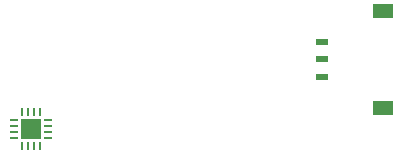
<source format=gbr>
G04 EAGLE Gerber RS-274X export*
G75*
%MOMM*%
%FSLAX34Y34*%
%LPD*%
%INSolderpaste Bottom*%
%IPPOS*%
%AMOC8*
5,1,8,0,0,1.08239X$1,22.5*%
G01*
%ADD10R,1.700000X1.700000*%
%ADD11R,0.250000X0.700000*%
%ADD12R,0.700000X0.250000*%
%ADD13R,1.000000X0.600000*%
%ADD14R,1.800000X1.250000*%


D10*
X200000Y200000D03*
D11*
X192500Y214500D03*
X197500Y214500D03*
X202500Y214500D03*
X207500Y214500D03*
D12*
X214500Y207500D03*
X214500Y202500D03*
X214500Y197500D03*
X214500Y192500D03*
D11*
X207500Y185500D03*
X202500Y185500D03*
X197500Y185500D03*
X192500Y185500D03*
D12*
X185500Y192500D03*
X185500Y197500D03*
X185500Y202500D03*
X185500Y207500D03*
D13*
X446100Y244000D03*
X446100Y259000D03*
X446100Y274000D03*
D14*
X498000Y300050D03*
X498000Y217950D03*
M02*

</source>
